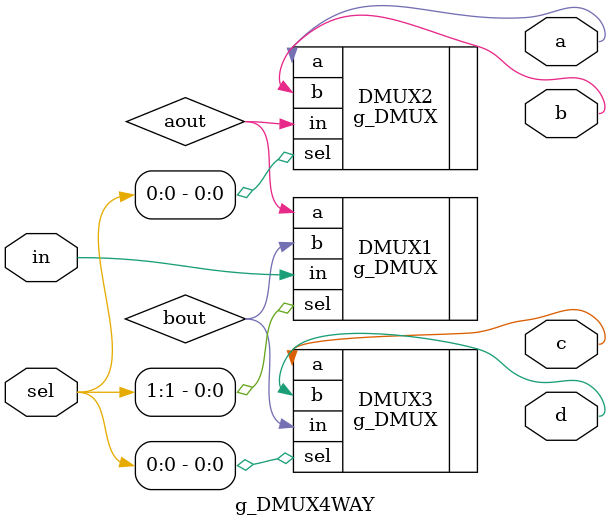
<source format=v>

module g_DMUX4WAY
(
    input       in,
    input [1:0] sel,
    output      a, b, c, d
);

// | in  | sel  |  a  |  b  |  c  |  d  |
// |  0  |  00  |  0  |  0  |  0  |  0  |
// |  0  |  01  |  0  |  0  |  0  |  0  |
// |  0  |  10  |  0  |  0  |  0  |  0  |
// |  0  |  11  |  0  |  0  |  0  |  0  |
// |  1  |  00  |  1  |  0  |  0  |  0  |
// |  1  |  01  |  0  |  1  |  0  |  0  |
// |  1  |  10  |  0  |  0  |  1  |  0  |
// |  1  |  11  |  0  |  0  |  0  |  1  |

wire aout, bout;

g_DMUX DMUX1 ( .in(in),   .sel(sel[1]), .a(aout), .b(bout) );
g_DMUX DMUX2 ( .in(aout), .sel(sel[0]), .a(a),    .b(b) );
g_DMUX DMUX3 ( .in(bout), .sel(sel[0]), .a(c),    .b(d) );

endmodule

</source>
